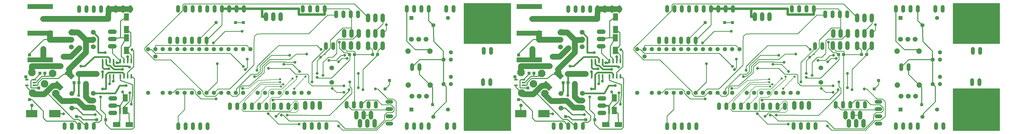
<source format=gbl>
G75*
%MOIN*%
%OFA0B0*%
%FSLAX25Y25*%
%IPPOS*%
%LPD*%
%AMOC8*
5,1,8,0,0,1.08239X$1,22.5*
%
%ADD10R,0.07000X0.09900*%
%ADD11R,0.09900X0.07000*%
%ADD12C,0.06000*%
%ADD13OC8,0.10000*%
%ADD14C,0.05800*%
%ADD15C,0.06750*%
%ADD16R,0.02100X0.06300*%
%ADD17C,0.06500*%
%ADD18C,0.05200*%
%ADD19R,0.15748X0.09843*%
%ADD20R,0.35000X0.07000*%
%ADD21R,0.05543X0.05543*%
%ADD22C,0.05543*%
%ADD23OC8,0.05200*%
%ADD24C,0.07400*%
%ADD25R,0.03937X0.04331*%
%ADD26R,0.07087X0.12598*%
%ADD27R,0.04724X0.02362*%
%ADD28C,0.02400*%
%ADD29C,0.03962*%
%ADD30C,0.01200*%
%ADD31C,0.01000*%
%ADD32C,0.01575*%
%ADD33C,0.03200*%
%ADD34C,0.03187*%
%ADD35C,0.00984*%
%ADD36R,0.03962X0.03962*%
%ADD37C,0.00600*%
%ADD38C,0.03100*%
%ADD39C,0.05000*%
%ADD40C,0.07874*%
%ADD41C,0.04750*%
%ADD42R,0.04750X0.04750*%
%ADD43C,0.07600*%
%ADD44C,0.04000*%
%ADD45C,0.01600*%
%ADD46R,0.03100X0.03100*%
D10*
X0255767Y0153320D03*
X0255767Y0170720D03*
X0257124Y0235910D03*
X0257124Y0253310D03*
X0257400Y0264613D03*
X0257400Y0282013D03*
X0926691Y0282013D03*
X0926691Y0264613D03*
X0926415Y0253310D03*
X0926415Y0235910D03*
X0925058Y0170720D03*
X0925058Y0153320D03*
D11*
X0930534Y0133961D03*
X0913134Y0133961D03*
X0261243Y0133961D03*
X0243843Y0133961D03*
D12*
X0241581Y0149988D02*
X0235581Y0149988D01*
X0235581Y0159988D02*
X0241581Y0159988D01*
X0241581Y0169988D02*
X0235581Y0169988D01*
X0502072Y0163490D02*
X0502072Y0157490D01*
X0512072Y0157490D02*
X0512072Y0163490D01*
X0522072Y0163490D02*
X0522072Y0157490D01*
X0571993Y0149955D02*
X0571993Y0143955D01*
X0576793Y0138744D02*
X0576793Y0132744D01*
X0586793Y0132744D02*
X0586793Y0138744D01*
X0581993Y0143955D02*
X0581993Y0149955D01*
X0591993Y0149955D02*
X0591993Y0143955D01*
X0596793Y0138744D02*
X0596793Y0132744D01*
X0904872Y0149988D02*
X0910872Y0149988D01*
X0910872Y0159988D02*
X0904872Y0159988D01*
X0904872Y0169988D02*
X0910872Y0169988D01*
X1171363Y0163490D02*
X1171363Y0157490D01*
X1181363Y0157490D02*
X1181363Y0163490D01*
X1191363Y0163490D02*
X1191363Y0157490D01*
X1241285Y0149955D02*
X1241285Y0143955D01*
X1246085Y0138744D02*
X1246085Y0132744D01*
X1256085Y0132744D02*
X1256085Y0138744D01*
X1251285Y0143955D02*
X1251285Y0149955D01*
X1261285Y0149955D02*
X1261285Y0143955D01*
X1266085Y0138744D02*
X1266085Y0132744D01*
X1267266Y0239366D02*
X1267266Y0245366D01*
X1277266Y0245366D02*
X1277266Y0239366D01*
X1257266Y0239366D02*
X1257266Y0245366D01*
X1243801Y0245681D02*
X1243801Y0239681D01*
X1233801Y0239681D02*
X1233801Y0245681D01*
X1223801Y0245681D02*
X1223801Y0239681D01*
X1224589Y0256374D02*
X1224589Y0262374D01*
X1234589Y0262374D02*
X1234589Y0256374D01*
X1244589Y0256374D02*
X1244589Y0262374D01*
X1257266Y0262453D02*
X1257266Y0256453D01*
X1267266Y0256453D02*
X1267266Y0262453D01*
X1277266Y0262453D02*
X1277266Y0256453D01*
X1277392Y0277835D02*
X1277392Y0283835D01*
X1267392Y0283835D02*
X1267392Y0277835D01*
X1257392Y0277835D02*
X1257392Y0283835D01*
X1137404Y0285382D02*
X1137404Y0279382D01*
X1127404Y0279382D02*
X1127404Y0285382D01*
X1117404Y0285382D02*
X1117404Y0279382D01*
X0910085Y0261650D02*
X0904085Y0261650D01*
X0904085Y0251650D02*
X0910085Y0251650D01*
X0910085Y0241650D02*
X0904085Y0241650D01*
X0607974Y0239366D02*
X0607974Y0245366D01*
X0597974Y0245366D02*
X0597974Y0239366D01*
X0587974Y0239366D02*
X0587974Y0245366D01*
X0574510Y0245681D02*
X0574510Y0239681D01*
X0564510Y0239681D02*
X0564510Y0245681D01*
X0554510Y0245681D02*
X0554510Y0239681D01*
X0555297Y0256374D02*
X0555297Y0262374D01*
X0565297Y0262374D02*
X0565297Y0256374D01*
X0575297Y0256374D02*
X0575297Y0262374D01*
X0587974Y0262453D02*
X0587974Y0256453D01*
X0597974Y0256453D02*
X0597974Y0262453D01*
X0607974Y0262453D02*
X0607974Y0256453D01*
X0608100Y0277835D02*
X0608100Y0283835D01*
X0598100Y0283835D02*
X0598100Y0277835D01*
X0588100Y0277835D02*
X0588100Y0283835D01*
X0468112Y0285382D02*
X0468112Y0279382D01*
X0458112Y0279382D02*
X0458112Y0285382D01*
X0448112Y0285382D02*
X0448112Y0279382D01*
X0240793Y0261650D02*
X0234793Y0261650D01*
X0234793Y0251650D02*
X0240793Y0251650D01*
X0240793Y0241650D02*
X0234793Y0241650D01*
D13*
X0156415Y0204484D03*
X0128069Y0205665D03*
X0145116Y0189878D03*
X0160510Y0176807D03*
X0129014Y0177516D03*
X0797360Y0205665D03*
X0825707Y0204484D03*
X0814407Y0189878D03*
X0829801Y0176807D03*
X0798305Y0177516D03*
D14*
X0956392Y0177862D03*
X0976392Y0177862D03*
X0986392Y0177862D03*
X0996392Y0177862D03*
X1006392Y0177862D03*
X1016392Y0177862D03*
X1026392Y0177862D03*
X1036392Y0177862D03*
X1046392Y0177862D03*
X1056392Y0177862D03*
X1066392Y0177862D03*
X1076392Y0177862D03*
X1086392Y0177862D03*
X1106392Y0177862D03*
X1116392Y0177862D03*
X1126392Y0177862D03*
X1136392Y0177862D03*
X1146392Y0177862D03*
X1156392Y0177862D03*
X1166392Y0177862D03*
X1176392Y0177862D03*
X0966392Y0227862D03*
X0966392Y0237862D03*
X0976392Y0237862D03*
X0986392Y0237862D03*
X0996392Y0237862D03*
X1006392Y0237862D03*
X1016392Y0237862D03*
X1026392Y0237862D03*
X1036392Y0237862D03*
X1046392Y0237862D03*
X1056392Y0237862D03*
X1066392Y0237862D03*
X1076392Y0237862D03*
X1086392Y0237862D03*
X1096392Y0237862D03*
X0956392Y0237862D03*
X0507100Y0177862D03*
X0497100Y0177862D03*
X0487100Y0177862D03*
X0477100Y0177862D03*
X0467100Y0177862D03*
X0457100Y0177862D03*
X0447100Y0177862D03*
X0437100Y0177862D03*
X0417100Y0177862D03*
X0407100Y0177862D03*
X0397100Y0177862D03*
X0387100Y0177862D03*
X0377100Y0177862D03*
X0367100Y0177862D03*
X0357100Y0177862D03*
X0347100Y0177862D03*
X0337100Y0177862D03*
X0327100Y0177862D03*
X0317100Y0177862D03*
X0307100Y0177862D03*
X0287100Y0177862D03*
X0297100Y0227862D03*
X0297100Y0237862D03*
X0287100Y0237862D03*
X0307100Y0237862D03*
X0317100Y0237862D03*
X0327100Y0237862D03*
X0337100Y0237862D03*
X0347100Y0237862D03*
X0357100Y0237862D03*
X0367100Y0237862D03*
X0377100Y0237862D03*
X0387100Y0237862D03*
X0397100Y0237862D03*
X0407100Y0237862D03*
X0417100Y0237862D03*
X0427100Y0237862D03*
D15*
X0211793Y0240941D03*
X0181998Y0240862D03*
X0181998Y0250862D03*
X0211793Y0250941D03*
X0211793Y0260941D03*
X0181998Y0260862D03*
X0182675Y0176650D03*
X0212085Y0177043D03*
X0212085Y0167043D03*
X0182675Y0166650D03*
X0182675Y0156650D03*
X0212085Y0157043D03*
X0647852Y0173146D03*
X0657852Y0173146D03*
X0667852Y0173146D03*
X0851967Y0176650D03*
X0881376Y0177043D03*
X0881376Y0167043D03*
X0851967Y0166650D03*
X0851967Y0156650D03*
X0881376Y0157043D03*
X0881085Y0240941D03*
X0851289Y0240862D03*
X0851289Y0250862D03*
X0881085Y0250941D03*
X0881085Y0260941D03*
X0851289Y0260862D03*
X0667360Y0251394D03*
X0657360Y0251394D03*
X0647360Y0251394D03*
X1316652Y0251394D03*
X1326652Y0251394D03*
X1336652Y0251394D03*
X1337144Y0173146D03*
X1327144Y0173146D03*
X1317144Y0173146D03*
D16*
X0933246Y0200412D03*
X0928246Y0200412D03*
X0923246Y0200412D03*
X0918246Y0200412D03*
X0908837Y0200412D03*
X0903837Y0200412D03*
X0898837Y0200412D03*
X0893837Y0200412D03*
X0893837Y0221312D03*
X0898837Y0221312D03*
X0903837Y0221312D03*
X0908837Y0221312D03*
X0918246Y0221312D03*
X0923246Y0221312D03*
X0928246Y0221312D03*
X0933246Y0221312D03*
X0263955Y0221312D03*
X0258955Y0221312D03*
X0253955Y0221312D03*
X0248955Y0221312D03*
X0239545Y0221312D03*
X0234545Y0221312D03*
X0229545Y0221312D03*
X0224545Y0221312D03*
X0224545Y0200412D03*
X0229545Y0200412D03*
X0234545Y0200412D03*
X0239545Y0200412D03*
X0248955Y0200412D03*
X0253955Y0200412D03*
X0258955Y0200412D03*
X0263955Y0200412D03*
D17*
X0538435Y0192185D03*
X0538435Y0212185D03*
X1207726Y0212185D03*
X1207726Y0192185D03*
D18*
X0172595Y0134433D02*
X0172595Y0129233D01*
X0182595Y0129233D02*
X0182595Y0134433D01*
X0192595Y0134433D02*
X0192595Y0129233D01*
X0202595Y0129233D02*
X0202595Y0134433D01*
X0212595Y0134433D02*
X0212595Y0129233D01*
X0328136Y0129093D02*
X0328136Y0134293D01*
X0338136Y0134293D02*
X0338136Y0129093D01*
X0348136Y0129093D02*
X0348136Y0134293D01*
X0358136Y0134293D02*
X0358136Y0129093D01*
X0368136Y0129093D02*
X0368136Y0134293D01*
X0398885Y0156566D02*
X0398885Y0161766D01*
X0408885Y0161766D02*
X0408885Y0156566D01*
X0418885Y0156566D02*
X0418885Y0161766D01*
X0428885Y0161766D02*
X0428885Y0156566D01*
X0438885Y0156566D02*
X0438885Y0161766D01*
X0448885Y0161766D02*
X0448885Y0156566D01*
X0458885Y0156566D02*
X0458885Y0161766D01*
X0468885Y0161766D02*
X0468885Y0156566D01*
X0478885Y0156566D02*
X0478885Y0161766D01*
X0488885Y0161766D02*
X0488885Y0156566D01*
X0558667Y0158538D02*
X0558667Y0163738D01*
X0568667Y0163738D02*
X0568667Y0158538D01*
X0578667Y0158538D02*
X0578667Y0163738D01*
X0588667Y0163738D02*
X0588667Y0158538D01*
X0598667Y0158538D02*
X0598667Y0163738D01*
X0614563Y0165429D02*
X0619763Y0165429D01*
X0619763Y0155429D02*
X0614563Y0155429D01*
X0614563Y0145429D02*
X0619763Y0145429D01*
X0619763Y0135429D02*
X0614563Y0135429D01*
X0640963Y0134407D02*
X0640963Y0129207D01*
X0650963Y0129207D02*
X0650963Y0134407D01*
X0660963Y0134407D02*
X0660963Y0129207D01*
X0670963Y0129207D02*
X0670963Y0134407D01*
X0696081Y0134407D02*
X0696081Y0129207D01*
X0706081Y0129207D02*
X0706081Y0134407D01*
X0841886Y0134433D02*
X0841886Y0129233D01*
X0851886Y0129233D02*
X0851886Y0134433D01*
X0861886Y0134433D02*
X0861886Y0129233D01*
X0871886Y0129233D02*
X0871886Y0134433D01*
X0881886Y0134433D02*
X0881886Y0129233D01*
X0997427Y0129093D02*
X0997427Y0134293D01*
X1007427Y0134293D02*
X1007427Y0129093D01*
X1017427Y0129093D02*
X1017427Y0134293D01*
X1027427Y0134293D02*
X1027427Y0129093D01*
X1037427Y0129093D02*
X1037427Y0134293D01*
X1068176Y0156566D02*
X1068176Y0161766D01*
X1078176Y0161766D02*
X1078176Y0156566D01*
X1088176Y0156566D02*
X1088176Y0161766D01*
X1098176Y0161766D02*
X1098176Y0156566D01*
X1108176Y0156566D02*
X1108176Y0161766D01*
X1118176Y0161766D02*
X1118176Y0156566D01*
X1128176Y0156566D02*
X1128176Y0161766D01*
X1138176Y0161766D02*
X1138176Y0156566D01*
X1148176Y0156566D02*
X1148176Y0161766D01*
X1158176Y0161766D02*
X1158176Y0156566D01*
X1227959Y0158538D02*
X1227959Y0163738D01*
X1237959Y0163738D02*
X1237959Y0158538D01*
X1247959Y0158538D02*
X1247959Y0163738D01*
X1257959Y0163738D02*
X1257959Y0158538D01*
X1267959Y0158538D02*
X1267959Y0163738D01*
X1283855Y0165429D02*
X1289055Y0165429D01*
X1289055Y0155429D02*
X1283855Y0155429D01*
X1283855Y0145429D02*
X1289055Y0145429D01*
X1289055Y0135429D02*
X1283855Y0135429D01*
X1310254Y0134407D02*
X1310254Y0129207D01*
X1320254Y0129207D02*
X1320254Y0134407D01*
X1330254Y0134407D02*
X1330254Y0129207D01*
X1340254Y0129207D02*
X1340254Y0134407D01*
X1365372Y0134407D02*
X1365372Y0129207D01*
X1375372Y0129207D02*
X1375372Y0134407D01*
X1200230Y0134607D02*
X1200230Y0129407D01*
X1190230Y0129407D02*
X1190230Y0134607D01*
X1180230Y0134607D02*
X1180230Y0129407D01*
X1170230Y0129407D02*
X1170230Y0134607D01*
X1414585Y0189739D02*
X1414585Y0194939D01*
X1424585Y0194939D02*
X1424585Y0189739D01*
X1327636Y0210408D02*
X1327636Y0215608D01*
X1317636Y0215608D02*
X1317636Y0210408D01*
X1415729Y0232683D02*
X1415729Y0237883D01*
X1425729Y0237883D02*
X1425729Y0232683D01*
X1243502Y0283010D02*
X1243502Y0288210D01*
X1233502Y0288210D02*
X1233502Y0283010D01*
X1223502Y0283010D02*
X1223502Y0288210D01*
X1213502Y0288210D02*
X1213502Y0283010D01*
X1198030Y0290624D02*
X1198030Y0295824D01*
X1188030Y0295824D02*
X1188030Y0290624D01*
X1178030Y0290624D02*
X1178030Y0295824D01*
X1168030Y0295824D02*
X1168030Y0290624D01*
X1087360Y0290624D02*
X1087360Y0295824D01*
X1077360Y0295824D02*
X1077360Y0290624D01*
X1067360Y0290624D02*
X1067360Y0295824D01*
X1057360Y0295824D02*
X1057360Y0290624D01*
X1047360Y0290624D02*
X1047360Y0295824D01*
X1037360Y0295824D02*
X1037360Y0290624D01*
X1027360Y0290624D02*
X1027360Y0295824D01*
X1017360Y0295824D02*
X1017360Y0290624D01*
X1007360Y0290624D02*
X1007360Y0295824D01*
X0997360Y0295824D02*
X0997360Y0290624D01*
X0931886Y0290333D02*
X0931886Y0295533D01*
X0921886Y0295533D02*
X0921886Y0290333D01*
X0911886Y0290333D02*
X0911886Y0295533D01*
X0901886Y0295533D02*
X0901886Y0290333D01*
X0891886Y0290333D02*
X0891886Y0295533D01*
X0881886Y0295533D02*
X0881886Y0290333D01*
X0871886Y0290333D02*
X0871886Y0295533D01*
X0861886Y0295533D02*
X0861886Y0290333D01*
X0986356Y0252517D02*
X0986356Y0247317D01*
X0996356Y0247317D02*
X0996356Y0252517D01*
X1006356Y0252517D02*
X1006356Y0247317D01*
X1016356Y0247317D02*
X1016356Y0252517D01*
X1026356Y0252517D02*
X1026356Y0247317D01*
X1036356Y0247317D02*
X1036356Y0252517D01*
X1199526Y0244643D02*
X1199526Y0239443D01*
X1209526Y0239443D02*
X1209526Y0244643D01*
X1310254Y0290624D02*
X1310254Y0295824D01*
X1320254Y0295824D02*
X1320254Y0290624D01*
X1330254Y0290624D02*
X1330254Y0295824D01*
X1340254Y0295824D02*
X1340254Y0290624D01*
X1364368Y0290624D02*
X1364368Y0295824D01*
X1374368Y0295824D02*
X1374368Y0290624D01*
X0756437Y0237883D02*
X0756437Y0232683D01*
X0746437Y0232683D02*
X0746437Y0237883D01*
X0658344Y0215608D02*
X0658344Y0210408D01*
X0648344Y0210408D02*
X0648344Y0215608D01*
X0745293Y0194939D02*
X0745293Y0189739D01*
X0755293Y0189739D02*
X0755293Y0194939D01*
X0540234Y0239443D02*
X0540234Y0244643D01*
X0530234Y0244643D02*
X0530234Y0239443D01*
X0367065Y0247317D02*
X0367065Y0252517D01*
X0357065Y0252517D02*
X0357065Y0247317D01*
X0347065Y0247317D02*
X0347065Y0252517D01*
X0337065Y0252517D02*
X0337065Y0247317D01*
X0327065Y0247317D02*
X0327065Y0252517D01*
X0317065Y0252517D02*
X0317065Y0247317D01*
X0328069Y0290624D02*
X0328069Y0295824D01*
X0338069Y0295824D02*
X0338069Y0290624D01*
X0348069Y0290624D02*
X0348069Y0295824D01*
X0358069Y0295824D02*
X0358069Y0290624D01*
X0368069Y0290624D02*
X0368069Y0295824D01*
X0378069Y0295824D02*
X0378069Y0290624D01*
X0388069Y0290624D02*
X0388069Y0295824D01*
X0398069Y0295824D02*
X0398069Y0290624D01*
X0408069Y0290624D02*
X0408069Y0295824D01*
X0418069Y0295824D02*
X0418069Y0290624D01*
X0498738Y0290624D02*
X0498738Y0295824D01*
X0508738Y0295824D02*
X0508738Y0290624D01*
X0518738Y0290624D02*
X0518738Y0295824D01*
X0528738Y0295824D02*
X0528738Y0290624D01*
X0544211Y0288210D02*
X0544211Y0283010D01*
X0554211Y0283010D02*
X0554211Y0288210D01*
X0564211Y0288210D02*
X0564211Y0283010D01*
X0574211Y0283010D02*
X0574211Y0288210D01*
X0640963Y0290624D02*
X0640963Y0295824D01*
X0650963Y0295824D02*
X0650963Y0290624D01*
X0660963Y0290624D02*
X0660963Y0295824D01*
X0670963Y0295824D02*
X0670963Y0290624D01*
X0695077Y0290624D02*
X0695077Y0295824D01*
X0705077Y0295824D02*
X0705077Y0290624D01*
X0262595Y0290333D02*
X0262595Y0295533D01*
X0252595Y0295533D02*
X0252595Y0290333D01*
X0242595Y0290333D02*
X0242595Y0295533D01*
X0232595Y0295533D02*
X0232595Y0290333D01*
X0222595Y0290333D02*
X0222595Y0295533D01*
X0212595Y0295533D02*
X0212595Y0290333D01*
X0202595Y0290333D02*
X0202595Y0295533D01*
X0192595Y0295533D02*
X0192595Y0290333D01*
X0500938Y0134607D02*
X0500938Y0129407D01*
X0510938Y0129407D02*
X0510938Y0134607D01*
X0520938Y0134607D02*
X0520938Y0129407D01*
X0530938Y0129407D02*
X0530938Y0134607D01*
D19*
X0796951Y0148933D03*
X0828447Y0148933D03*
X0159156Y0148933D03*
X0127659Y0148933D03*
D20*
X0139439Y0222988D03*
X0139439Y0259602D03*
X0139439Y0296295D03*
X0808730Y0296295D03*
X0808730Y0259602D03*
X0808730Y0222988D03*
D21*
X0647380Y0280843D03*
X0647380Y0154858D03*
X1316671Y0154858D03*
X1316671Y0280843D03*
D22*
X1346671Y0270843D03*
X1366671Y0280843D03*
X1366671Y0154858D03*
X1346671Y0144858D03*
X0697380Y0154858D03*
X0677380Y0144858D03*
X0677380Y0270843D03*
X0697380Y0280843D03*
D23*
X0701396Y0233264D03*
X0701396Y0223264D03*
X0691396Y0223264D03*
X0701396Y0199799D03*
X0701396Y0189799D03*
X0691396Y0189799D03*
X1360687Y0189799D03*
X1370687Y0189799D03*
X1370687Y0199799D03*
X1370687Y0223264D03*
X1360687Y0223264D03*
X1370687Y0233264D03*
D24*
X1341809Y0235154D03*
X1311809Y0235154D03*
X1312301Y0188402D03*
X1342301Y0188402D03*
X0673010Y0188402D03*
X0643010Y0188402D03*
X0642518Y0235154D03*
X0672518Y0235154D03*
D25*
X0600825Y0230232D03*
X0594132Y0230232D03*
X0569329Y0230232D03*
X0562636Y0230232D03*
X0808207Y0204642D03*
X0814900Y0204642D03*
X0854959Y0191846D03*
X0861652Y0191846D03*
X1231927Y0230232D03*
X1238620Y0230232D03*
X1263423Y0230232D03*
X1270116Y0230232D03*
X0192360Y0191846D03*
X0185667Y0191846D03*
X0145608Y0204642D03*
X0138915Y0204642D03*
D26*
G36*
X0172702Y0204982D02*
X0177713Y0209993D01*
X0186620Y0201086D01*
X0181609Y0196075D01*
X0172702Y0204982D01*
G37*
G36*
X0157112Y0189392D02*
X0162123Y0194403D01*
X0171030Y0185496D01*
X0166019Y0180485D01*
X0157112Y0189392D01*
G37*
G36*
X0826404Y0189392D02*
X0831415Y0194403D01*
X0840322Y0185496D01*
X0835311Y0180485D01*
X0826404Y0189392D01*
G37*
G36*
X0841994Y0204982D02*
X0847005Y0209993D01*
X0855912Y0201086D01*
X0850901Y0196075D01*
X0841994Y0204982D01*
G37*
D27*
X0800455Y0195587D03*
X0800455Y0191846D03*
X0800455Y0188106D03*
X0790171Y0188106D03*
X0790171Y0195587D03*
X0131163Y0195587D03*
X0131163Y0191846D03*
X0131163Y0188106D03*
X0120880Y0188106D03*
X0120880Y0195587D03*
D28*
X0182675Y0176650D02*
X0185667Y0179642D01*
X0185667Y0191846D01*
X0191967Y0191453D02*
X0192360Y0191846D01*
X0192360Y0203264D01*
X0191967Y0203657D01*
X0224447Y0206610D02*
X0224545Y0205528D01*
X0224545Y0200412D01*
X0229368Y0200235D02*
X0229368Y0202673D01*
X0232321Y0205626D01*
X0252006Y0205626D01*
X0253974Y0203657D01*
X0253974Y0200432D01*
X0253955Y0200412D01*
X0253974Y0200393D01*
X0229545Y0200412D02*
X0229368Y0200235D01*
X0229368Y0182988D01*
X0224447Y0182988D01*
X0212124Y0177083D02*
X0212085Y0177043D01*
X0242077Y0177043D01*
X0247900Y0187667D01*
X0256819Y0187667D01*
X0191967Y0191453D02*
X0191967Y0174130D01*
X0238581Y0159988D02*
X0247744Y0159988D01*
X0248367Y0159366D01*
X0248267Y0149681D01*
X0252006Y0210055D02*
X0240195Y0210055D01*
X0234289Y0215469D01*
X0231337Y0215469D01*
X0229545Y0217260D01*
X0229545Y0221312D01*
X0224545Y0221312D02*
X0224545Y0212417D01*
X0226415Y0210547D01*
X0233305Y0210547D01*
X0239545Y0216118D02*
X0241179Y0214484D01*
X0259195Y0214533D01*
X0259244Y0214484D01*
X0261628Y0213194D01*
X0239545Y0216118D02*
X0239545Y0221312D01*
X0234595Y0221362D02*
X0234595Y0224733D01*
X0232264Y0227064D01*
X0213620Y0227064D01*
X0199841Y0214484D01*
X0194919Y0214484D01*
X0224447Y0221411D02*
X0224545Y0221312D01*
X0244132Y0218974D02*
X0246617Y0218974D01*
X0248955Y0221312D01*
X0258955Y0221312D02*
X0258955Y0228205D01*
X0258896Y0227464D01*
X0259195Y0233510D02*
X0259195Y0238533D01*
X0257124Y0235910D02*
X0260018Y0233510D01*
X0259195Y0233510D02*
X0257124Y0235910D01*
X0238384Y0241059D02*
X0237793Y0241650D01*
X0228384Y0233185D02*
X0218541Y0233185D01*
X0218541Y0254193D01*
X0211793Y0260941D01*
X0237793Y0251650D02*
X0238541Y0252702D01*
X0263995Y0221352D02*
X0263955Y0221312D01*
X0851967Y0176650D02*
X0854959Y0179642D01*
X0854959Y0191846D01*
X0861258Y0191453D02*
X0861652Y0191846D01*
X0861652Y0203264D01*
X0861258Y0203657D01*
X0893738Y0206610D02*
X0893837Y0205528D01*
X0893837Y0200412D01*
X0898659Y0200235D02*
X0898659Y0202673D01*
X0901612Y0205626D01*
X0921297Y0205626D01*
X0923266Y0203657D01*
X0923266Y0200432D01*
X0923246Y0200412D01*
X0923266Y0200393D01*
X0898837Y0200412D02*
X0898659Y0200235D01*
X0898659Y0182988D01*
X0893738Y0182988D01*
X0881415Y0177083D02*
X0881376Y0177043D01*
X0911368Y0177043D01*
X0917192Y0187667D01*
X0926111Y0187667D01*
X0861258Y0191453D02*
X0861258Y0174130D01*
X0907872Y0159988D02*
X0917036Y0159988D01*
X0917658Y0159366D01*
X0917558Y0149681D01*
X0921297Y0210055D02*
X0909486Y0210055D01*
X0903581Y0215469D01*
X0900628Y0215469D01*
X0898837Y0217260D01*
X0898837Y0221312D01*
X0893837Y0221312D02*
X0893837Y0212417D01*
X0895707Y0210547D01*
X0902596Y0210547D01*
X0908837Y0216118D02*
X0910470Y0214484D01*
X0928486Y0214533D01*
X0928535Y0214484D01*
X0930920Y0213194D01*
X0908837Y0216118D02*
X0908837Y0221312D01*
X0903886Y0221362D02*
X0903886Y0224733D01*
X0901556Y0227064D01*
X0882911Y0227064D01*
X0869132Y0214484D01*
X0864211Y0214484D01*
X0893738Y0221411D02*
X0893837Y0221312D01*
X0913423Y0218974D02*
X0915908Y0218974D01*
X0918246Y0221312D01*
X0928246Y0221312D02*
X0928246Y0228205D01*
X0928187Y0227464D01*
X0928486Y0233510D02*
X0928486Y0238533D01*
X0926415Y0235910D02*
X0929309Y0233510D01*
X0928486Y0233510D02*
X0926415Y0235910D01*
X0907675Y0241059D02*
X0907085Y0241650D01*
X0897675Y0233185D02*
X0887833Y0233185D01*
X0887833Y0254193D01*
X0881085Y0260941D01*
X0907085Y0251650D02*
X0907833Y0252702D01*
X0933286Y0221352D02*
X0933246Y0221312D01*
D29*
X0928187Y0227464D03*
X0913423Y0218974D03*
X0930920Y0213194D03*
X0921297Y0210055D03*
X0902596Y0210547D03*
X0893738Y0206610D03*
X0864211Y0214484D03*
X0908502Y0193815D03*
X0903581Y0189878D03*
X0893738Y0182988D03*
X0871100Y0189878D03*
X0861258Y0174130D03*
X0891278Y0172161D03*
X0921297Y0178933D03*
X0931140Y0177812D03*
X0926219Y0187559D03*
X0933311Y0162103D03*
X0883896Y0147555D03*
X0840589Y0148539D03*
X1049123Y0169512D03*
X1085671Y0183811D03*
X1101758Y0199898D03*
X1105333Y0208835D03*
X1089246Y0209728D03*
X1086565Y0214197D03*
X1050817Y0217772D03*
X1091927Y0224028D03*
X1120857Y0211516D03*
X1141974Y0216878D03*
X1157167Y0219559D03*
X1192313Y0226760D03*
X1203640Y0222240D03*
X1217045Y0220453D03*
X1228663Y0224921D03*
X1225089Y0229390D03*
X1192915Y0237433D03*
X1173254Y0231177D03*
X1150018Y0229390D03*
X1217939Y0247264D03*
X1282285Y0271394D03*
X1084778Y0262457D03*
X1045455Y0246370D03*
X0934093Y0237122D03*
X0897675Y0233185D03*
X1163423Y0207047D03*
X1187553Y0204366D03*
X1195596Y0201685D03*
X1187553Y0199004D03*
X1180404Y0192748D03*
X1208202Y0183811D03*
X1224195Y0187386D03*
X1232238Y0192748D03*
X1243856Y0184705D03*
X1250112Y0182024D03*
X1231344Y0182024D03*
X1224195Y0178449D03*
X1267093Y0182917D03*
X1243856Y0204366D03*
X1126781Y0167724D03*
X1120526Y0148957D03*
X1131250Y0145382D03*
X1138400Y0147169D03*
X1146443Y0147169D03*
X1162936Y0134764D03*
X1216770Y0132008D03*
X0612994Y0271394D03*
X0548648Y0247264D03*
X0523624Y0237433D03*
X0503963Y0231177D03*
X0523022Y0226760D03*
X0534348Y0222240D03*
X0547754Y0220453D03*
X0559372Y0224921D03*
X0555797Y0229390D03*
X0487876Y0219559D03*
X0472683Y0216878D03*
X0451566Y0211516D03*
X0436041Y0208835D03*
X0419955Y0209728D03*
X0417274Y0214197D03*
X0381526Y0217772D03*
X0422636Y0224028D03*
X0480726Y0229390D03*
X0494132Y0207047D03*
X0518262Y0204366D03*
X0526305Y0201685D03*
X0518262Y0199004D03*
X0511112Y0192748D03*
X0538911Y0183811D03*
X0554904Y0187386D03*
X0562947Y0192748D03*
X0574565Y0184705D03*
X0580821Y0182024D03*
X0562053Y0182024D03*
X0554904Y0178449D03*
X0597801Y0182917D03*
X0574565Y0204366D03*
X0432467Y0199898D03*
X0416380Y0183811D03*
X0379832Y0169512D03*
X0457490Y0167724D03*
X0451234Y0148957D03*
X0461959Y0145382D03*
X0469108Y0147169D03*
X0477152Y0147169D03*
X0493644Y0134764D03*
X0547478Y0132008D03*
X0264019Y0162103D03*
X0221986Y0172161D03*
X0191967Y0174130D03*
X0224447Y0182988D03*
X0234289Y0189878D03*
X0256927Y0187559D03*
X0239211Y0193815D03*
X0224447Y0206610D03*
X0233305Y0210547D03*
X0252006Y0210055D03*
X0261628Y0213194D03*
X0244132Y0218974D03*
X0258896Y0227464D03*
X0228384Y0233185D03*
X0264801Y0237122D03*
X0194919Y0214484D03*
X0201809Y0189878D03*
X0252006Y0178933D03*
X0261848Y0177812D03*
X0171297Y0148539D03*
X0214604Y0147555D03*
X0376163Y0246370D03*
X0415486Y0262457D03*
D30*
X0267262Y0235154D02*
X0264801Y0237122D01*
X0267262Y0235154D02*
X0267262Y0213500D01*
X0258955Y0205685D01*
X0258955Y0200412D01*
X0263955Y0200412D02*
X0268155Y0197250D01*
X0267970Y0179435D01*
X0267970Y0130155D01*
X0265496Y0127681D01*
X0235647Y0127681D01*
X0228595Y0134733D01*
X0228595Y0140384D01*
X0228876Y0140665D01*
X0228595Y0140946D01*
X0228595Y0147933D01*
X0221995Y0154533D01*
X0221986Y0154533D01*
X0221986Y0172161D01*
X0248367Y0159366D02*
X0255767Y0170720D01*
X0252006Y0178933D01*
X0261848Y0177812D02*
X0261848Y0166187D01*
X0252595Y0156933D01*
X0252595Y0155291D01*
X0255767Y0153320D01*
X0260867Y0149081D01*
X0261243Y0133961D01*
X0248395Y0138933D02*
X0248395Y0149553D01*
X0248267Y0149681D01*
X0223195Y0145933D02*
X0223195Y0139933D01*
X0219195Y0136933D01*
X0213195Y0136933D01*
X0212557Y0136295D01*
X0212595Y0136295D01*
X0212595Y0131833D01*
X0202595Y0131833D02*
X0191474Y0141157D01*
X0185077Y0141157D01*
X0150628Y0175606D01*
X0144722Y0175606D01*
X0129014Y0177516D02*
X0120880Y0185650D01*
X0120880Y0188106D01*
X0126514Y0184957D02*
X0127006Y0184465D01*
X0137341Y0184465D01*
X0135864Y0187909D02*
X0131360Y0187909D01*
X0131163Y0188106D01*
X0131163Y0191846D02*
X0133404Y0191846D01*
X0141770Y0200213D01*
X0145215Y0200213D01*
X0145608Y0200606D01*
X0145608Y0204642D01*
X0138915Y0204642D02*
X0138915Y0203339D01*
X0131163Y0195587D01*
X0127793Y0195587D01*
X0126514Y0194307D01*
X0126514Y0184957D01*
X0135864Y0187909D02*
X0136356Y0188402D01*
X0136356Y0191354D01*
X0142262Y0197260D01*
X0163915Y0197260D01*
X0171166Y0203034D01*
X0179661Y0203034D01*
X0156415Y0204484D02*
X0152144Y0200213D01*
X0145215Y0200213D01*
X0120880Y0198465D02*
X0120880Y0195587D01*
X0120880Y0198465D02*
X0119624Y0199720D01*
X0234545Y0221312D02*
X0234595Y0221362D01*
X0242262Y0228165D02*
X0248955Y0221312D01*
X0253955Y0221312D02*
X0253955Y0224573D01*
X0250195Y0227733D01*
X0250355Y0241452D01*
X0257124Y0253310D01*
X0249211Y0253302D01*
X0238541Y0252702D01*
X0249211Y0253302D02*
X0249211Y0276374D01*
X0257400Y0282013D01*
X0257400Y0264613D02*
X0263395Y0260417D01*
X0263395Y0242733D01*
X0259195Y0238533D01*
X0260018Y0233510D02*
X0263995Y0229533D01*
X0263995Y0221352D01*
X0242262Y0228165D02*
X0238423Y0232004D01*
X0238384Y0241059D01*
X0152754Y0250862D02*
X0152715Y0250902D01*
X0144722Y0250902D01*
X0124545Y0231217D01*
X0124545Y0229740D01*
X0249053Y0200314D02*
X0249053Y0194631D01*
X0265448Y0189035D01*
X0265448Y0174791D01*
X0264019Y0162103D01*
X0221986Y0154533D02*
X0221986Y0154445D01*
X0223195Y0145933D02*
X0212085Y0157043D01*
X0171297Y0148539D02*
X0170904Y0148933D01*
X0159156Y0148933D01*
X0143738Y0152476D02*
X0127990Y0168224D01*
X0124545Y0168224D01*
X0127990Y0160350D02*
X0127659Y0160020D01*
X0127659Y0148933D01*
X0143738Y0152476D02*
X0143738Y0143126D01*
X0147459Y0138805D01*
X0186830Y0138805D01*
X0192595Y0131833D01*
X0243843Y0133961D02*
X0243843Y0134381D01*
X0248395Y0138933D01*
X0256927Y0187559D02*
X0256819Y0187667D01*
X0640963Y0248756D02*
X0652596Y0237122D01*
X0670549Y0237122D01*
X0672518Y0235154D01*
X0677872Y0248264D02*
X0690982Y0235154D01*
X0690982Y0223677D01*
X0691396Y0223264D01*
X0658600Y0223264D01*
X0648344Y0213008D01*
X0658344Y0213008D02*
X0658344Y0203067D01*
X0673010Y0188402D01*
X0676219Y0185193D01*
X0676219Y0161335D01*
X0678856Y0149209D02*
X0694919Y0165272D01*
X0694919Y0186276D01*
X0691396Y0189799D01*
X0691396Y0223264D01*
X0677872Y0248264D02*
X0677380Y0270843D01*
X0670963Y0276768D01*
X0670963Y0293224D01*
X0640963Y0293224D02*
X0640963Y0248756D01*
X0793837Y0231217D02*
X0814014Y0250902D01*
X0822006Y0250902D01*
X0822045Y0250862D01*
X0793837Y0231217D02*
X0793837Y0229740D01*
X0808207Y0204642D02*
X0808207Y0203339D01*
X0800455Y0195587D01*
X0797085Y0195587D01*
X0795805Y0194307D01*
X0795805Y0184957D01*
X0796297Y0184465D01*
X0806632Y0184465D01*
X0805156Y0187909D02*
X0800652Y0187909D01*
X0800455Y0188106D01*
X0800455Y0191846D02*
X0802695Y0191846D01*
X0811061Y0200213D01*
X0814506Y0200213D01*
X0814900Y0200606D01*
X0814900Y0204642D01*
X0821435Y0200213D02*
X0825707Y0204484D01*
X0833207Y0197260D02*
X0840457Y0203034D01*
X0848953Y0203034D01*
X0833207Y0197260D02*
X0811553Y0197260D01*
X0805648Y0191354D01*
X0805648Y0188402D01*
X0805156Y0187909D01*
X0798305Y0177516D02*
X0790171Y0185650D01*
X0790171Y0188106D01*
X0790171Y0195587D02*
X0790171Y0198465D01*
X0788915Y0199720D01*
X0814506Y0200213D02*
X0821435Y0200213D01*
X0903837Y0221312D02*
X0903886Y0221362D01*
X0911553Y0228165D02*
X0918246Y0221312D01*
X0923246Y0221312D02*
X0923246Y0224573D01*
X0919486Y0227733D01*
X0919646Y0241452D01*
X0926415Y0253310D01*
X0918502Y0253302D01*
X0907833Y0252702D01*
X0918502Y0253302D02*
X0918502Y0276374D01*
X0926691Y0282013D01*
X0926691Y0264613D02*
X0932686Y0260417D01*
X0932686Y0242733D01*
X0928486Y0238533D01*
X0929309Y0233510D02*
X0933286Y0229533D01*
X0933286Y0221352D01*
X0936553Y0213500D02*
X0936553Y0235154D01*
X0934093Y0237122D01*
X0911553Y0228165D02*
X0907715Y0232004D01*
X0907675Y0241059D01*
X0936553Y0213500D02*
X0928246Y0205685D01*
X0928246Y0200412D01*
X0933246Y0200412D02*
X0937446Y0197250D01*
X0937261Y0179435D01*
X0937261Y0130155D01*
X0934787Y0127681D01*
X0904938Y0127681D01*
X0897886Y0134733D01*
X0897886Y0140384D01*
X0898167Y0140665D01*
X0897886Y0140946D01*
X0897886Y0147933D01*
X0891286Y0154533D01*
X0891278Y0154533D01*
X0891278Y0172161D01*
X0917658Y0159366D02*
X0925058Y0170720D01*
X0921297Y0178933D01*
X0931140Y0177812D02*
X0931140Y0166187D01*
X0921886Y0156933D01*
X0921886Y0155291D01*
X0925058Y0153320D01*
X0930158Y0149081D01*
X0930534Y0133961D01*
X0917686Y0138933D02*
X0917686Y0149553D01*
X0917558Y0149681D01*
X0892486Y0145933D02*
X0892486Y0139933D01*
X0888486Y0136933D01*
X0882486Y0136933D01*
X0881848Y0136295D01*
X0881886Y0136295D01*
X0881886Y0131833D01*
X0871886Y0131833D02*
X0860766Y0141157D01*
X0854368Y0141157D01*
X0819919Y0175606D01*
X0814014Y0175606D01*
X0797281Y0168224D02*
X0813030Y0152476D01*
X0813030Y0143126D01*
X0816751Y0138805D01*
X0856121Y0138805D01*
X0861886Y0131833D01*
X0913134Y0133961D02*
X0913134Y0134381D01*
X0917686Y0138933D01*
X0892486Y0145933D02*
X0881376Y0157043D01*
X0891278Y0154533D02*
X0891278Y0154445D01*
X0933311Y0162103D02*
X0934740Y0174791D01*
X0934740Y0189035D01*
X0918344Y0194631D01*
X0918344Y0200314D01*
X0926111Y0187667D02*
X0926219Y0187559D01*
X0797281Y0168224D02*
X0793837Y0168224D01*
X0797281Y0160350D02*
X0796951Y0160020D01*
X0796951Y0148933D01*
X0828447Y0148933D02*
X0840195Y0148933D01*
X0840589Y0148539D01*
X0678856Y0149209D02*
X0677380Y0144858D01*
X1310254Y0248756D02*
X1321888Y0237122D01*
X1339841Y0237122D01*
X1341809Y0235154D01*
X1347163Y0248264D02*
X1360274Y0235154D01*
X1360274Y0223677D01*
X1360687Y0223264D01*
X1327892Y0223264D01*
X1317636Y0213008D01*
X1327636Y0213008D02*
X1327636Y0203067D01*
X1342301Y0188402D01*
X1345510Y0185193D01*
X1345510Y0161335D01*
X1348148Y0149209D02*
X1364211Y0165272D01*
X1364211Y0186276D01*
X1360687Y0189799D01*
X1360687Y0223264D01*
X1347163Y0248264D02*
X1346671Y0270843D01*
X1340254Y0276768D01*
X1340254Y0293224D01*
X1310254Y0293224D02*
X1310254Y0248756D01*
X1348148Y0149209D02*
X1346671Y0144858D01*
D31*
X1295597Y0145382D02*
X1289435Y0140020D01*
X1282285Y0140020D01*
X1269050Y0126224D01*
X1222333Y0126224D01*
X1216770Y0132008D01*
X1215258Y0139126D02*
X1225982Y0128402D01*
X1267986Y0128402D01*
X1279604Y0140020D01*
X1279604Y0147169D01*
X1283179Y0150744D01*
X1290329Y0150744D01*
X1293010Y0153425D01*
X1293010Y0157000D01*
X1288541Y0161469D01*
X1276030Y0161469D01*
X1269774Y0167724D01*
X1254581Y0167724D01*
X1248325Y0161469D01*
X1247959Y0161138D01*
X1238494Y0161469D02*
X1237959Y0161138D01*
X1238494Y0161469D02*
X1238494Y0229390D01*
X1238620Y0230232D01*
X1232238Y0229390D02*
X1231927Y0230232D01*
X1231344Y0230283D01*
X1228663Y0232965D01*
X1224195Y0232965D01*
X1217939Y0239220D01*
X1217939Y0247264D01*
X1214364Y0249051D02*
X1217045Y0251732D01*
X1236707Y0251732D01*
X1243856Y0258882D01*
X1244589Y0259374D01*
X1234919Y0266925D02*
X1234589Y0266925D01*
X1222407Y0266925D01*
X1205427Y0249945D01*
X1205427Y0239220D01*
X1197384Y0231177D01*
X1199033Y0230665D01*
X1196490Y0230283D01*
X1192313Y0226760D01*
X1187553Y0221346D01*
X1187553Y0204366D01*
X1195596Y0201685D02*
X1195596Y0219559D01*
X1202746Y0226709D01*
X1209002Y0226709D01*
X1214364Y0232071D01*
X1214364Y0249051D01*
X1199526Y0242043D02*
X1199171Y0241902D01*
X1199171Y0238327D01*
X1180404Y0219559D01*
X1180404Y0192748D01*
X1175935Y0191854D02*
X1180404Y0187386D01*
X1224195Y0187386D01*
X1232238Y0186492D02*
X1234919Y0183811D01*
X1234919Y0177055D01*
X1216545Y0158681D01*
X1214145Y0156400D01*
X1204315Y0146569D01*
X1146443Y0147169D01*
X1141081Y0147169D02*
X1149124Y0139126D01*
X1215258Y0139126D01*
X1234919Y0154319D02*
X1284967Y0154319D01*
X1285860Y0155213D01*
X1286455Y0155429D01*
X1295597Y0145382D02*
X1295597Y0165937D01*
X1291222Y0169512D01*
X1284073Y0169512D01*
X1270667Y0182917D01*
X1267093Y0182917D01*
X1250112Y0182024D02*
X1250112Y0209728D01*
X1269774Y0229390D01*
X1270116Y0230232D01*
X1270667Y0230283D01*
X1270667Y0235646D01*
X1276923Y0241902D01*
X1277266Y0242366D01*
X1232238Y0229390D02*
X1232238Y0223134D01*
X1207215Y0198110D01*
X1188447Y0198110D01*
X1187553Y0199004D01*
X1175935Y0201685D02*
X1174148Y0203472D01*
X1158061Y0203472D01*
X1150018Y0211516D01*
X1120857Y0211516D01*
X1114882Y0213303D02*
X1114882Y0205260D01*
X1094608Y0187386D01*
X1083884Y0187386D01*
X1081203Y0184705D01*
X1081203Y0176661D01*
X1077628Y0173087D01*
X1071372Y0173087D01*
X1066904Y0177555D01*
X1066392Y0177862D01*
X1067797Y0182917D02*
X1051711Y0182917D01*
X1047242Y0178449D01*
X1046392Y0177862D01*
X1048136Y0173087D02*
X1034730Y0173087D01*
X1031156Y0176661D01*
X1031156Y0179343D01*
X0987364Y0223134D01*
X0965022Y0223134D01*
X0951616Y0236539D01*
X0951616Y0239220D01*
X1003451Y0291055D01*
X1003451Y0298205D01*
X1005238Y0299992D01*
X1238494Y0299992D01*
X1257262Y0281224D01*
X1257392Y0280835D01*
X1282285Y0271394D02*
X1282285Y0264244D01*
X1277817Y0259776D01*
X1277266Y0259453D01*
X1192915Y0237433D02*
X1187553Y0242795D01*
X1134825Y0242795D01*
X1131250Y0239220D01*
X1122313Y0231177D01*
X1105333Y0214197D01*
X1105333Y0208835D01*
X1109707Y0207047D02*
X1105333Y0203472D01*
X1097289Y0203472D01*
X1076734Y0182917D01*
X1076734Y0178449D01*
X1076392Y0177862D01*
X1067797Y0182917D02*
X1100864Y0215984D01*
X1100864Y0245476D01*
X1101415Y0255823D01*
X1105352Y0258776D01*
X1114270Y0258882D01*
X1175935Y0258882D01*
X1201852Y0284799D01*
X1213470Y0284799D01*
X1213502Y0285610D01*
X1084778Y0262457D02*
X1061541Y0262457D01*
X1045455Y0246370D01*
X1068691Y0232071D02*
X0965915Y0232071D01*
X0960553Y0237433D01*
X0956978Y0237433D01*
X0956392Y0237862D01*
X1050817Y0217772D02*
X1050817Y0192748D01*
X1036518Y0178449D01*
X1036392Y0177862D01*
X1028474Y0169512D02*
X1021325Y0176661D01*
X1021325Y0179343D01*
X1017750Y0182917D01*
X0995407Y0182917D01*
X0990939Y0178449D01*
X0986470Y0178449D01*
X0986392Y0177862D01*
X1028474Y0169512D02*
X1049123Y0169512D01*
X1048136Y0173087D02*
X1052604Y0177555D01*
X1056179Y0177555D01*
X1056392Y0177862D01*
X1126781Y0167724D02*
X1127675Y0168618D01*
X1219726Y0168618D01*
X1231344Y0180236D01*
X1231344Y0182024D01*
X1224195Y0178449D02*
X1214364Y0178449D01*
X1208202Y0183811D01*
X1232238Y0186492D02*
X1232238Y0192748D01*
X1243856Y0184705D02*
X1243856Y0204366D01*
X1221514Y0224921D02*
X1217045Y0220453D01*
X1213470Y0222240D02*
X1203640Y0222240D01*
X1213470Y0222240D02*
X1220620Y0229390D01*
X1225089Y0229390D01*
X1221514Y0224921D02*
X1228663Y0224921D01*
X1173254Y0231177D02*
X1158767Y0231177D01*
X1149830Y0223840D01*
X1122738Y0223840D01*
X1112295Y0214197D01*
X1112295Y0206154D01*
X1104439Y0199898D01*
X1101758Y0199898D01*
X1109707Y0207047D02*
X1109707Y0215091D01*
X1124807Y0229390D01*
X1150018Y0229390D01*
X1143762Y0220453D02*
X1122832Y0220453D01*
X1114882Y0213303D01*
X1091927Y0212409D02*
X1089246Y0209728D01*
X1091927Y0212409D02*
X1091927Y0224028D01*
X1086565Y0214197D02*
X1068691Y0232071D01*
X1141974Y0216878D02*
X1153593Y0216878D01*
X1163423Y0207047D01*
X1175935Y0201685D02*
X1175935Y0191854D01*
X1157167Y0219559D02*
X1144656Y0219559D01*
X1143762Y0220453D01*
X1227959Y0161138D02*
X1228663Y0160575D01*
X1234919Y0154319D01*
X1162936Y0134764D02*
X1134719Y0134764D01*
X1120526Y0148957D01*
X1123236Y0152531D02*
X1086565Y0152531D01*
X1083884Y0155213D01*
X1123236Y0152531D02*
X1150736Y0152531D01*
X1135894Y0150026D02*
X1131250Y0145382D01*
X1138400Y0147169D02*
X1141081Y0147169D01*
X0626306Y0145382D02*
X0620144Y0140020D01*
X0612994Y0140020D01*
X0599759Y0126224D01*
X0553042Y0126224D01*
X0547478Y0132008D01*
X0545967Y0139126D02*
X0556691Y0128402D01*
X0598695Y0128402D01*
X0610313Y0140020D01*
X0610313Y0147169D01*
X0613888Y0150744D01*
X0621037Y0150744D01*
X0623719Y0153425D01*
X0623719Y0157000D01*
X0619250Y0161469D01*
X0606738Y0161469D01*
X0600482Y0167724D01*
X0585289Y0167724D01*
X0579033Y0161469D01*
X0578667Y0161138D01*
X0569203Y0161469D02*
X0568667Y0161138D01*
X0569203Y0161469D02*
X0569203Y0229390D01*
X0569329Y0230232D01*
X0562947Y0229390D02*
X0562636Y0230232D01*
X0562053Y0230283D01*
X0559372Y0232965D01*
X0554904Y0232965D01*
X0548648Y0239220D01*
X0548648Y0247264D01*
X0545073Y0249051D02*
X0547754Y0251732D01*
X0567415Y0251732D01*
X0574565Y0258882D01*
X0575297Y0259374D01*
X0565628Y0266925D02*
X0565297Y0266925D01*
X0553116Y0266925D01*
X0536136Y0249945D01*
X0536136Y0239220D01*
X0528093Y0231177D01*
X0529742Y0230665D01*
X0527199Y0230283D01*
X0523022Y0226760D01*
X0518262Y0221346D01*
X0518262Y0204366D01*
X0526305Y0201685D02*
X0526305Y0219559D01*
X0533455Y0226709D01*
X0539711Y0226709D01*
X0545073Y0232071D01*
X0545073Y0249051D01*
X0530234Y0242043D02*
X0529880Y0241902D01*
X0529880Y0238327D01*
X0511112Y0219559D01*
X0511112Y0192748D01*
X0506644Y0191854D02*
X0511112Y0187386D01*
X0554904Y0187386D01*
X0562947Y0186492D02*
X0565628Y0183811D01*
X0565628Y0177055D01*
X0547254Y0158681D01*
X0544854Y0156400D01*
X0535023Y0146569D01*
X0477152Y0147169D01*
X0471789Y0147169D02*
X0479833Y0139126D01*
X0545967Y0139126D01*
X0565628Y0154319D02*
X0615675Y0154319D01*
X0616569Y0155213D01*
X0617163Y0155429D01*
X0626306Y0145382D02*
X0626306Y0165937D01*
X0621931Y0169512D01*
X0614781Y0169512D01*
X0601376Y0182917D01*
X0597801Y0182917D01*
X0580821Y0182024D02*
X0580821Y0209728D01*
X0600482Y0229390D01*
X0600825Y0230232D01*
X0601376Y0230283D01*
X0601376Y0235646D01*
X0607632Y0241902D01*
X0607974Y0242366D01*
X0562947Y0229390D02*
X0562947Y0223134D01*
X0537923Y0198110D01*
X0519156Y0198110D01*
X0518262Y0199004D01*
X0506644Y0201685D02*
X0504856Y0203472D01*
X0488770Y0203472D01*
X0480726Y0211516D01*
X0451566Y0211516D01*
X0445591Y0213303D02*
X0445591Y0205260D01*
X0425317Y0187386D01*
X0414593Y0187386D01*
X0411911Y0184705D01*
X0411911Y0176661D01*
X0408337Y0173087D01*
X0402081Y0173087D01*
X0397612Y0177555D01*
X0397100Y0177862D01*
X0398506Y0182917D02*
X0382419Y0182917D01*
X0377951Y0178449D01*
X0377100Y0177862D01*
X0378844Y0173087D02*
X0365439Y0173087D01*
X0361864Y0176661D01*
X0361864Y0179343D01*
X0318073Y0223134D01*
X0295730Y0223134D01*
X0282325Y0236539D01*
X0282325Y0239220D01*
X0334159Y0291055D01*
X0334159Y0298205D01*
X0335947Y0299992D01*
X0569203Y0299992D01*
X0587970Y0281224D01*
X0588100Y0280835D01*
X0612994Y0271394D02*
X0612994Y0264244D01*
X0608526Y0259776D01*
X0607974Y0259453D01*
X0523624Y0237433D02*
X0518262Y0242795D01*
X0465533Y0242795D01*
X0461959Y0239220D01*
X0453022Y0231177D01*
X0436041Y0214197D01*
X0436041Y0208835D01*
X0440416Y0207047D02*
X0436041Y0203472D01*
X0427998Y0203472D01*
X0407443Y0182917D01*
X0407443Y0178449D01*
X0407100Y0177862D01*
X0398506Y0182917D02*
X0431573Y0215984D01*
X0431573Y0245476D01*
X0432124Y0255823D01*
X0436061Y0258776D01*
X0444978Y0258882D01*
X0506644Y0258882D01*
X0532561Y0284799D01*
X0544179Y0284799D01*
X0544211Y0285610D01*
X0415486Y0262457D02*
X0392250Y0262457D01*
X0376163Y0246370D01*
X0399400Y0232071D02*
X0296624Y0232071D01*
X0291262Y0237433D01*
X0287687Y0237433D01*
X0287100Y0237862D01*
X0381526Y0217772D02*
X0381526Y0192748D01*
X0367226Y0178449D01*
X0367100Y0177862D01*
X0359183Y0169512D02*
X0352033Y0176661D01*
X0352033Y0179343D01*
X0348459Y0182917D01*
X0326116Y0182917D01*
X0321648Y0178449D01*
X0317179Y0178449D01*
X0317100Y0177862D01*
X0359183Y0169512D02*
X0379832Y0169512D01*
X0378844Y0173087D02*
X0383313Y0177555D01*
X0386888Y0177555D01*
X0387100Y0177862D01*
X0457490Y0167724D02*
X0458384Y0168618D01*
X0550435Y0168618D01*
X0562053Y0180236D01*
X0562053Y0182024D01*
X0554904Y0178449D02*
X0545073Y0178449D01*
X0538911Y0183811D01*
X0562947Y0186492D02*
X0562947Y0192748D01*
X0574565Y0184705D02*
X0574565Y0204366D01*
X0552222Y0224921D02*
X0547754Y0220453D01*
X0544179Y0222240D02*
X0534348Y0222240D01*
X0544179Y0222240D02*
X0551329Y0229390D01*
X0555797Y0229390D01*
X0552222Y0224921D02*
X0559372Y0224921D01*
X0503963Y0231177D02*
X0489476Y0231177D01*
X0480539Y0223840D01*
X0453447Y0223840D01*
X0443004Y0214197D01*
X0443004Y0206154D01*
X0435148Y0199898D01*
X0432467Y0199898D01*
X0440416Y0207047D02*
X0440416Y0215091D01*
X0455515Y0229390D01*
X0480726Y0229390D01*
X0474470Y0220453D02*
X0453541Y0220453D01*
X0445591Y0213303D01*
X0422636Y0212409D02*
X0419955Y0209728D01*
X0422636Y0212409D02*
X0422636Y0224028D01*
X0417274Y0214197D02*
X0399400Y0232071D01*
X0472683Y0216878D02*
X0484301Y0216878D01*
X0494132Y0207047D01*
X0506644Y0201685D02*
X0506644Y0191854D01*
X0487876Y0219559D02*
X0475364Y0219559D01*
X0474470Y0220453D01*
X0558667Y0161138D02*
X0559372Y0160575D01*
X0565628Y0154319D01*
X0493644Y0134764D02*
X0465427Y0134764D01*
X0451234Y0148957D01*
X0453945Y0152531D02*
X0417274Y0152531D01*
X0414593Y0155213D01*
X0453945Y0152531D02*
X0481445Y0152531D01*
X0466602Y0150026D02*
X0461959Y0145382D01*
X0469108Y0147169D02*
X0471789Y0147169D01*
D32*
X0249053Y0200314D02*
X0248955Y0200412D01*
X0239545Y0200412D02*
X0239545Y0194150D01*
X0239211Y0193815D01*
X0234545Y0190134D02*
X0234289Y0189878D01*
X0234545Y0190134D02*
X0234545Y0200412D01*
X0188778Y0156650D02*
X0197872Y0147555D01*
X0214604Y0147555D01*
X0188778Y0156650D02*
X0182675Y0156650D01*
X0851967Y0156650D02*
X0858069Y0156650D01*
X0867163Y0147555D01*
X0883896Y0147555D01*
X0903581Y0189878D02*
X0903837Y0190134D01*
X0903837Y0200412D01*
X0908837Y0200412D02*
X0908837Y0194150D01*
X0908502Y0193815D01*
X0918246Y0200412D02*
X0918344Y0200314D01*
D33*
X1112242Y0282382D02*
X1112242Y0293224D01*
X1162439Y0293224D01*
X1162439Y0285350D01*
X1198030Y0285350D01*
X1198030Y0293224D01*
X1117404Y0282382D02*
X1112242Y0282382D01*
X1112242Y0293224D02*
X1087360Y0293224D01*
X0528738Y0293224D02*
X0528738Y0285350D01*
X0493148Y0285350D01*
X0493148Y0293224D01*
X0442951Y0293224D01*
X0442951Y0282382D01*
X0448112Y0282382D01*
X0442951Y0293224D02*
X0418069Y0293224D01*
D34*
X0408069Y0293224D01*
X0398069Y0293224D01*
X0388069Y0293224D01*
X1057360Y0293224D02*
X1067360Y0293224D01*
X1077360Y0293224D01*
X1087360Y0293224D01*
D35*
X1057360Y0293224D02*
X1057360Y0270921D01*
X1036356Y0249917D01*
X1036455Y0249819D01*
X1036455Y0243028D01*
X1091226Y0243028D01*
X1096392Y0237862D01*
X1036455Y0243028D02*
X0966573Y0243028D01*
X0966392Y0242846D01*
X0966392Y0237862D01*
X1026356Y0249917D02*
X1026356Y0251630D01*
X1049250Y0274524D01*
X1075825Y0274524D02*
X1086652Y0274524D01*
X1198030Y0293224D02*
X1231337Y0293224D01*
X1232321Y0292240D01*
X1232321Y0286791D01*
X1233502Y0285610D01*
X1234589Y0284524D01*
X1234589Y0266925D01*
X1234589Y0259374D01*
X1267266Y0259453D02*
X1267266Y0262224D01*
X1277596Y0272555D01*
X1277596Y0280130D01*
X1277392Y0280835D01*
X1257266Y0242366D02*
X1263423Y0236209D01*
X1263423Y0230232D01*
X1238620Y0230232D01*
X1239211Y0230823D01*
X1239211Y0234169D01*
X1238226Y0235154D01*
X1228384Y0235154D01*
X1223801Y0239736D01*
X1223801Y0242681D01*
X1286455Y0194799D02*
X1286455Y0188894D01*
X1280549Y0182988D01*
X1261285Y0146955D02*
X1251285Y0146955D01*
X1006392Y0154894D02*
X0997085Y0145587D01*
X0997085Y0132083D01*
X0997427Y0131693D01*
X1006392Y0154894D02*
X1006392Y0177862D01*
X0617163Y0188894D02*
X0611258Y0182988D01*
X0617163Y0188894D02*
X0617163Y0194799D01*
X0594132Y0230232D02*
X0569329Y0230232D01*
X0569919Y0230823D01*
X0569919Y0234169D01*
X0568935Y0235154D01*
X0559093Y0235154D01*
X0554510Y0239736D01*
X0554510Y0242681D01*
X0587974Y0242366D02*
X0594132Y0236209D01*
X0594132Y0230232D01*
X0597974Y0259453D02*
X0597974Y0262224D01*
X0608305Y0272555D01*
X0608305Y0280130D01*
X0608100Y0280835D01*
X0565297Y0284524D02*
X0564211Y0285610D01*
X0563030Y0286791D01*
X0563030Y0292240D01*
X0562045Y0293224D01*
X0528738Y0293224D01*
X0565297Y0284524D02*
X0565297Y0266925D01*
X0565297Y0259374D01*
X0427100Y0237862D02*
X0421935Y0243028D01*
X0367163Y0243028D01*
X0367163Y0249819D01*
X0367065Y0249917D01*
X0388069Y0270921D01*
X0388069Y0293224D01*
X0379959Y0274524D02*
X0357065Y0251630D01*
X0357065Y0249917D01*
X0367163Y0243028D02*
X0297281Y0243028D01*
X0297100Y0242846D01*
X0297100Y0237862D01*
X0406533Y0274524D02*
X0417360Y0274524D01*
X0337100Y0177862D02*
X0337100Y0154894D01*
X0327793Y0145587D01*
X0327793Y0132083D01*
X0328136Y0131693D01*
X0581993Y0146955D02*
X0591993Y0146955D01*
D36*
X0676219Y0161335D03*
X0611258Y0182988D03*
X0617163Y0194799D03*
X0788915Y0199720D03*
X0806632Y0184465D03*
X0793837Y0168224D03*
X0858305Y0145094D03*
X0885864Y0140665D03*
X0898167Y0140665D03*
X0793837Y0229740D03*
X1049250Y0274524D03*
X1075825Y0274524D03*
X1086652Y0274524D03*
X1286455Y0194799D03*
X1280549Y0182988D03*
X1345510Y0161335D03*
X0417360Y0274524D03*
X0406533Y0274524D03*
X0379959Y0274524D03*
X0124545Y0229740D03*
X0119624Y0199720D03*
X0137341Y0184465D03*
X0124545Y0168224D03*
X0189014Y0145094D03*
X0216573Y0140665D03*
X0228876Y0140665D03*
D37*
X0408885Y0159166D02*
X0408945Y0160183D01*
X0440195Y0191433D01*
X0467695Y0192233D01*
X0467695Y0196433D02*
X0438045Y0194833D01*
X0424745Y0183933D01*
X0416445Y0183933D01*
X0416380Y0183811D01*
X0418945Y0166783D02*
X0441095Y0188933D01*
X0472085Y0189493D01*
X0468945Y0186433D02*
X0448595Y0186433D01*
X0441445Y0179283D01*
X0441445Y0172683D01*
X0428945Y0160183D01*
X0428885Y0159166D01*
X0418945Y0160183D02*
X0418885Y0159166D01*
X0418945Y0160183D02*
X0418945Y0166783D01*
X0438945Y0160183D02*
X0438885Y0159166D01*
X0438945Y0160183D02*
X0451445Y0172683D01*
X0451445Y0179283D01*
X0454845Y0182683D01*
X0470195Y0182683D01*
X0484745Y0197233D01*
X0490195Y0196433D02*
X0490135Y0200123D01*
X0490195Y0196433D02*
X0471445Y0179283D01*
X0471445Y0176433D01*
X0466445Y0171433D01*
X0456445Y0171433D01*
X0453945Y0168933D01*
X0453945Y0152531D01*
X0466602Y0150026D02*
X0467375Y0150843D01*
X0489225Y0150853D01*
X0492695Y0153583D01*
X0492695Y0163933D01*
X0490195Y0166433D01*
X0487695Y0166433D01*
X0481445Y0160183D01*
X0478945Y0160183D01*
X0478885Y0159166D01*
X0481445Y0152683D02*
X0487695Y0158933D01*
X0488885Y0159166D01*
X0481445Y0152683D02*
X0481445Y0152531D01*
X0486785Y0183313D02*
X0502345Y0200183D01*
X1078236Y0160183D02*
X1078176Y0159166D01*
X1078236Y0160183D02*
X1109486Y0191433D01*
X1136986Y0192233D01*
X1136986Y0196433D02*
X1107336Y0194833D01*
X1094036Y0183933D01*
X1085736Y0183933D01*
X1085671Y0183811D01*
X1088236Y0166783D02*
X1110386Y0188933D01*
X1141376Y0189493D01*
X1138236Y0186433D02*
X1117886Y0186433D01*
X1110736Y0179283D01*
X1110736Y0172683D01*
X1098236Y0160183D01*
X1098176Y0159166D01*
X1088236Y0160183D02*
X1088176Y0159166D01*
X1088236Y0160183D02*
X1088236Y0166783D01*
X1108236Y0160183D02*
X1108176Y0159166D01*
X1108236Y0160183D02*
X1120736Y0172683D01*
X1120736Y0179283D01*
X1124136Y0182683D01*
X1139486Y0182683D01*
X1154036Y0197233D01*
X1159486Y0196433D02*
X1159426Y0200123D01*
X1159486Y0196433D02*
X1140736Y0179283D01*
X1140736Y0176433D01*
X1135736Y0171433D01*
X1125736Y0171433D01*
X1123236Y0168933D01*
X1123236Y0152531D01*
X1135894Y0150026D02*
X1136666Y0150843D01*
X1158516Y0150853D01*
X1161986Y0153583D01*
X1161986Y0163933D01*
X1159486Y0166433D01*
X1156986Y0166433D01*
X1150736Y0160183D01*
X1148236Y0160183D01*
X1148176Y0159166D01*
X1150736Y0152683D02*
X1156986Y0158933D01*
X1158176Y0159166D01*
X1150736Y0152683D02*
X1150736Y0152531D01*
X1156076Y0183313D02*
X1171636Y0200183D01*
D38*
X1171636Y0200183D03*
X1159426Y0200123D03*
X1154036Y0197233D03*
X1136986Y0196433D03*
X1136986Y0192233D03*
X1141376Y0189493D03*
X1138236Y0186433D03*
X1156076Y0183313D03*
X0502345Y0200183D03*
X0490135Y0200123D03*
X0484745Y0197233D03*
X0467695Y0196433D03*
X0467695Y0192233D03*
X0472085Y0189493D03*
X0468945Y0186433D03*
X0486785Y0183313D03*
D39*
X0808730Y0259602D02*
X0822045Y0259602D01*
X0822872Y0258776D01*
X0153581Y0258776D02*
X0152754Y0259602D01*
X0139439Y0259602D01*
D40*
X0152754Y0259602D02*
X0152754Y0250862D01*
X0181998Y0250862D01*
X0191356Y0260862D02*
X0201809Y0250409D01*
X0211262Y0250409D01*
X0211793Y0250941D01*
X0201809Y0250409D02*
X0201809Y0233185D01*
X0178677Y0210053D01*
X0179661Y0203034D01*
X0191967Y0203657D02*
X0216573Y0203657D01*
X0167360Y0214484D02*
X0127990Y0214484D01*
X0127990Y0212516D01*
X0128069Y0212516D01*
X0128069Y0205665D01*
X0156560Y0187444D02*
X0144722Y0175606D01*
X0130923Y0175606D01*
X0129014Y0177516D01*
X0129565Y0178067D01*
X0156560Y0187444D02*
X0164071Y0187444D01*
X0201809Y0189878D02*
X0201809Y0172161D01*
X0206927Y0167043D01*
X0212085Y0167043D01*
X0199841Y0157398D02*
X0190589Y0166650D01*
X0182675Y0166650D01*
X0182281Y0166256D01*
X0169329Y0166256D01*
X0160510Y0175075D01*
X0160510Y0176807D01*
X0199841Y0157398D02*
X0211730Y0157398D01*
X0212085Y0157043D01*
X0181140Y0227280D02*
X0171297Y0227280D01*
X0181140Y0227280D02*
X0192951Y0239091D01*
X0143738Y0238106D02*
X0143738Y0227287D01*
X0181998Y0260862D02*
X0191356Y0260862D01*
X0182557Y0261421D02*
X0181998Y0260862D01*
X0143246Y0279445D02*
X0232321Y0279445D01*
X0797281Y0214484D02*
X0836652Y0214484D01*
X0847968Y0210053D02*
X0871100Y0233185D01*
X0871100Y0250409D01*
X0860648Y0260862D01*
X0851289Y0260862D01*
X0851848Y0261421D01*
X0822045Y0259602D02*
X0822045Y0250862D01*
X0851289Y0250862D01*
X0871100Y0250409D02*
X0880553Y0250409D01*
X0881085Y0250941D01*
X0862242Y0239091D02*
X0850431Y0227280D01*
X0840589Y0227280D01*
X0813030Y0227287D02*
X0813030Y0238106D01*
X0797281Y0214484D02*
X0797281Y0212516D01*
X0797360Y0212516D01*
X0797360Y0205665D01*
X0847968Y0210053D02*
X0848953Y0203034D01*
X0861258Y0203657D02*
X0885864Y0203657D01*
X0871100Y0189878D02*
X0871100Y0172161D01*
X0876219Y0167043D01*
X0881376Y0167043D01*
X0869132Y0157398D02*
X0859880Y0166650D01*
X0851967Y0166650D01*
X0851573Y0166256D01*
X0838620Y0166256D01*
X0829801Y0175075D01*
X0829801Y0176807D01*
X0825852Y0187444D02*
X0814014Y0175606D01*
X0800215Y0175606D01*
X0798305Y0177516D01*
X0798856Y0178067D01*
X0825852Y0187444D02*
X0833363Y0187444D01*
X0869132Y0157398D02*
X0881022Y0157398D01*
X0881376Y0157043D01*
X0901612Y0279445D02*
X0812537Y0279445D01*
D41*
X0813030Y0238106D03*
X0840589Y0227280D03*
X0862242Y0239091D03*
X0836652Y0214484D03*
X0861258Y0203657D03*
X0885864Y0203657D03*
X0797281Y0160350D03*
X0216573Y0203657D03*
X0191967Y0203657D03*
X0167360Y0214484D03*
X0171297Y0227280D03*
X0192951Y0239091D03*
X0143738Y0238106D03*
X0127990Y0160350D03*
D42*
X0143246Y0279445D03*
X0812537Y0279445D03*
D43*
X0901612Y0279445D02*
X0901886Y0292933D01*
X0911886Y0292933D01*
X0921886Y0292933D01*
X0931886Y0292933D01*
X0262595Y0292933D02*
X0252595Y0292933D01*
X0242595Y0292933D01*
X0232595Y0292933D01*
X0232321Y0279445D01*
D44*
X0143738Y0227287D02*
X0139439Y0222988D01*
X0808730Y0222988D02*
X0813030Y0227287D01*
D45*
X0782518Y0245980D02*
X0782518Y0300334D01*
X0719526Y0300334D01*
X0719526Y0245980D01*
X0782518Y0245980D01*
X0782518Y0247018D02*
X0719526Y0247018D01*
X0719526Y0248617D02*
X0782518Y0248617D01*
X0782518Y0250215D02*
X0719526Y0250215D01*
X0719526Y0251814D02*
X0782518Y0251814D01*
X0782518Y0253412D02*
X0719526Y0253412D01*
X0719526Y0255011D02*
X0782518Y0255011D01*
X0782518Y0256610D02*
X0719526Y0256610D01*
X0719526Y0258208D02*
X0782518Y0258208D01*
X0782518Y0259807D02*
X0719526Y0259807D01*
X0719526Y0261405D02*
X0782518Y0261405D01*
X0782518Y0263004D02*
X0719526Y0263004D01*
X0719526Y0264602D02*
X0782518Y0264602D01*
X0782518Y0266201D02*
X0719526Y0266201D01*
X0719526Y0267799D02*
X0782518Y0267799D01*
X0782518Y0269398D02*
X0719526Y0269398D01*
X0719526Y0270996D02*
X0782518Y0270996D01*
X0782518Y0272595D02*
X0719526Y0272595D01*
X0719526Y0274193D02*
X0782518Y0274193D01*
X0782518Y0275792D02*
X0719526Y0275792D01*
X0719526Y0277390D02*
X0782518Y0277390D01*
X0782518Y0278989D02*
X0719526Y0278989D01*
X0719526Y0280587D02*
X0782518Y0280587D01*
X0782518Y0282186D02*
X0719526Y0282186D01*
X0719526Y0283784D02*
X0782518Y0283784D01*
X0782518Y0285383D02*
X0719526Y0285383D01*
X0719526Y0286981D02*
X0782518Y0286981D01*
X0782518Y0288580D02*
X0719526Y0288580D01*
X0719526Y0290178D02*
X0782518Y0290178D01*
X0782518Y0291777D02*
X0719526Y0291777D01*
X0719526Y0293375D02*
X0782518Y0293375D01*
X0782518Y0294974D02*
X0719526Y0294974D01*
X0719526Y0296572D02*
X0782518Y0296572D01*
X0782518Y0298171D02*
X0719526Y0298171D01*
X0719526Y0299769D02*
X0782518Y0299769D01*
X0782518Y0182988D02*
X0719526Y0182988D01*
X0719526Y0126233D01*
X0782518Y0126233D01*
X0782518Y0182988D01*
X0782518Y0181479D02*
X0719526Y0181479D01*
X0719526Y0179881D02*
X0782518Y0179881D01*
X0782518Y0178282D02*
X0719526Y0178282D01*
X0719526Y0176684D02*
X0782518Y0176684D01*
X0782518Y0175085D02*
X0719526Y0175085D01*
X0719526Y0173487D02*
X0782518Y0173487D01*
X0782518Y0171888D02*
X0719526Y0171888D01*
X0719526Y0170290D02*
X0782518Y0170290D01*
X0782518Y0168691D02*
X0719526Y0168691D01*
X0719526Y0167093D02*
X0782518Y0167093D01*
X0782518Y0165494D02*
X0719526Y0165494D01*
X0719526Y0163896D02*
X0782518Y0163896D01*
X0782518Y0162297D02*
X0719526Y0162297D01*
X0719526Y0160699D02*
X0782518Y0160699D01*
X0782518Y0159100D02*
X0719526Y0159100D01*
X0719526Y0157502D02*
X0782518Y0157502D01*
X0782518Y0155903D02*
X0719526Y0155903D01*
X0719526Y0154305D02*
X0782518Y0154305D01*
X0782518Y0152706D02*
X0719526Y0152706D01*
X0719526Y0151108D02*
X0782518Y0151108D01*
X0782518Y0149509D02*
X0719526Y0149509D01*
X0719526Y0147911D02*
X0782518Y0147911D01*
X0782518Y0146312D02*
X0719526Y0146312D01*
X0719526Y0144714D02*
X0782518Y0144714D01*
X0782518Y0143115D02*
X0719526Y0143115D01*
X0719526Y0141517D02*
X0782518Y0141517D01*
X0782518Y0139918D02*
X0719526Y0139918D01*
X0719526Y0138320D02*
X0782518Y0138320D01*
X0782518Y0136721D02*
X0719526Y0136721D01*
X0719526Y0135123D02*
X0782518Y0135123D01*
X0782518Y0133524D02*
X0719526Y0133524D01*
X0719526Y0131926D02*
X0782518Y0131926D01*
X0782518Y0130327D02*
X0719526Y0130327D01*
X0719526Y0128729D02*
X0782518Y0128729D01*
X0782518Y0127130D02*
X0719526Y0127130D01*
X0858305Y0145094D02*
X0862734Y0145094D01*
X0867163Y0140665D01*
X0885864Y0140665D01*
X1388817Y0139918D02*
X1451478Y0139918D01*
X1451478Y0138320D02*
X1388817Y0138320D01*
X1388817Y0136721D02*
X1451478Y0136721D01*
X1451478Y0135123D02*
X1388817Y0135123D01*
X1388817Y0133524D02*
X1451478Y0133524D01*
X1451478Y0131926D02*
X1388817Y0131926D01*
X1388817Y0130327D02*
X1451478Y0130327D01*
X1451478Y0128729D02*
X1388817Y0128729D01*
X1388817Y0127130D02*
X1451478Y0127130D01*
X1451478Y0126233D02*
X1388817Y0126233D01*
X1388817Y0182988D01*
X1451478Y0182988D01*
X1451478Y0126233D01*
X1451478Y0141517D02*
X1388817Y0141517D01*
X1388817Y0143115D02*
X1451478Y0143115D01*
X1451478Y0144714D02*
X1388817Y0144714D01*
X1388817Y0146312D02*
X1451478Y0146312D01*
X1451478Y0147911D02*
X1388817Y0147911D01*
X1388817Y0149509D02*
X1451478Y0149509D01*
X1451478Y0151108D02*
X1388817Y0151108D01*
X1388817Y0152706D02*
X1451478Y0152706D01*
X1451478Y0154305D02*
X1388817Y0154305D01*
X1388817Y0155903D02*
X1451478Y0155903D01*
X1451478Y0157502D02*
X1388817Y0157502D01*
X1388817Y0159100D02*
X1451478Y0159100D01*
X1451478Y0160699D02*
X1388817Y0160699D01*
X1388817Y0162297D02*
X1451478Y0162297D01*
X1451478Y0163896D02*
X1388817Y0163896D01*
X1388817Y0165494D02*
X1451478Y0165494D01*
X1451478Y0167093D02*
X1388817Y0167093D01*
X1388817Y0168691D02*
X1451478Y0168691D01*
X1451478Y0170290D02*
X1388817Y0170290D01*
X1388817Y0171888D02*
X1451478Y0171888D01*
X1451478Y0173487D02*
X1388817Y0173487D01*
X1388817Y0175085D02*
X1451478Y0175085D01*
X1451478Y0176684D02*
X1388817Y0176684D01*
X1388817Y0178282D02*
X1451478Y0178282D01*
X1451478Y0179881D02*
X1388817Y0179881D01*
X1388817Y0181479D02*
X1451478Y0181479D01*
X1451478Y0245980D02*
X1388817Y0245980D01*
X1388817Y0300334D01*
X1451478Y0300334D01*
X1451478Y0245980D01*
X1451478Y0247018D02*
X1388817Y0247018D01*
X1388817Y0248617D02*
X1451478Y0248617D01*
X1451478Y0250215D02*
X1388817Y0250215D01*
X1388817Y0251814D02*
X1451478Y0251814D01*
X1451478Y0253412D02*
X1388817Y0253412D01*
X1388817Y0255011D02*
X1451478Y0255011D01*
X1451478Y0256610D02*
X1388817Y0256610D01*
X1388817Y0258208D02*
X1451478Y0258208D01*
X1451478Y0259807D02*
X1388817Y0259807D01*
X1388817Y0261405D02*
X1451478Y0261405D01*
X1451478Y0263004D02*
X1388817Y0263004D01*
X1388817Y0264602D02*
X1451478Y0264602D01*
X1451478Y0266201D02*
X1388817Y0266201D01*
X1388817Y0267799D02*
X1451478Y0267799D01*
X1451478Y0269398D02*
X1388817Y0269398D01*
X1388817Y0270996D02*
X1451478Y0270996D01*
X1451478Y0272595D02*
X1388817Y0272595D01*
X1388817Y0274193D02*
X1451478Y0274193D01*
X1451478Y0275792D02*
X1388817Y0275792D01*
X1388817Y0277390D02*
X1451478Y0277390D01*
X1451478Y0278989D02*
X1388817Y0278989D01*
X1388817Y0280587D02*
X1451478Y0280587D01*
X1451478Y0282186D02*
X1388817Y0282186D01*
X1388817Y0283784D02*
X1451478Y0283784D01*
X1451478Y0285383D02*
X1388817Y0285383D01*
X1388817Y0286981D02*
X1451478Y0286981D01*
X1451478Y0288580D02*
X1388817Y0288580D01*
X1388817Y0290178D02*
X1451478Y0290178D01*
X1451478Y0291777D02*
X1388817Y0291777D01*
X1388817Y0293375D02*
X1451478Y0293375D01*
X1451478Y0294974D02*
X1388817Y0294974D01*
X1388817Y0296572D02*
X1451478Y0296572D01*
X1451478Y0298171D02*
X1388817Y0298171D01*
X1388817Y0299769D02*
X1451478Y0299769D01*
X0216573Y0140665D02*
X0197872Y0140665D01*
X0193443Y0145094D01*
X0189014Y0145094D01*
D46*
X0749230Y0145665D03*
X0751730Y0145665D03*
X0751730Y0148165D03*
X0749230Y0148165D03*
X0749230Y0150665D03*
X0751730Y0150665D03*
X0751730Y0153165D03*
X0749230Y0153165D03*
X0749230Y0155665D03*
X0751730Y0155665D03*
X0751730Y0158165D03*
X0749230Y0158165D03*
X0749230Y0160665D03*
X0751730Y0160665D03*
X0751789Y0163165D03*
X0749230Y0163165D03*
X0750394Y0264889D03*
X0750394Y0267389D03*
X0750394Y0269889D03*
X0750394Y0272389D03*
X0750394Y0274889D03*
X0750394Y0277389D03*
X0750394Y0279889D03*
X0750394Y0282389D03*
X0752894Y0282389D03*
X0752894Y0279889D03*
X0752894Y0277389D03*
X0752894Y0274889D03*
X0752894Y0272389D03*
X0752894Y0269889D03*
X0752894Y0267389D03*
X0752894Y0264889D03*
X1419685Y0264889D03*
X1419685Y0267389D03*
X1419685Y0269889D03*
X1419685Y0272389D03*
X1419685Y0274889D03*
X1419685Y0277389D03*
X1419685Y0279889D03*
X1419685Y0282389D03*
X1422185Y0282389D03*
X1422185Y0279889D03*
X1422185Y0277389D03*
X1422185Y0274889D03*
X1422185Y0272389D03*
X1422185Y0269889D03*
X1422185Y0267389D03*
X1422185Y0264889D03*
X1421081Y0163165D03*
X1421022Y0160665D03*
X1421022Y0158165D03*
X1421022Y0155665D03*
X1421022Y0153165D03*
X1421022Y0150665D03*
X1421022Y0148165D03*
X1421022Y0145665D03*
X1418522Y0145665D03*
X1418522Y0148165D03*
X1418522Y0150665D03*
X1418522Y0153165D03*
X1418522Y0155665D03*
X1418522Y0158165D03*
X1418522Y0160665D03*
X1418522Y0163165D03*
M02*

</source>
